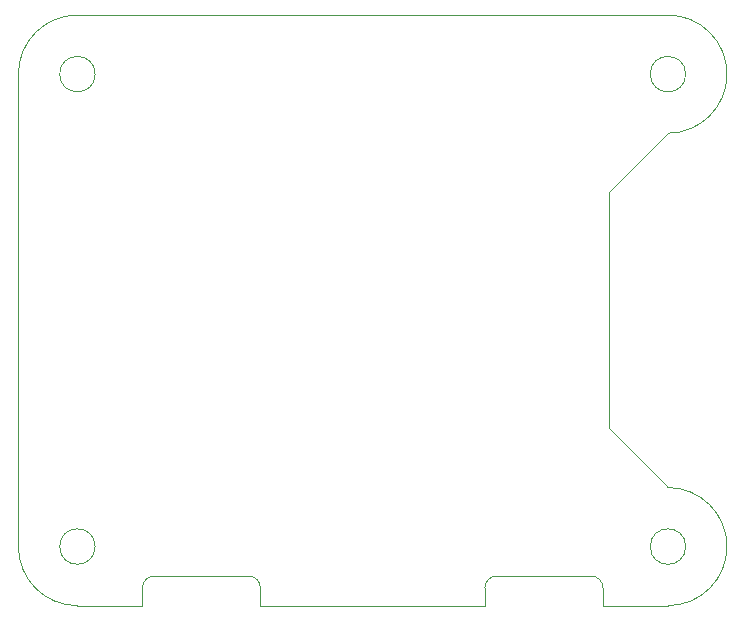
<source format=gbr>
%TF.GenerationSoftware,KiCad,Pcbnew,(6.0.9)*%
%TF.CreationDate,2023-02-05T07:26:13+11:00*%
%TF.ProjectId,SumoBotPCBA001,53756d6f-426f-4745-9043-42413030312e,rev?*%
%TF.SameCoordinates,Original*%
%TF.FileFunction,Profile,NP*%
%FSLAX46Y46*%
G04 Gerber Fmt 4.6, Leading zero omitted, Abs format (unit mm)*
G04 Created by KiCad (PCBNEW (6.0.9)) date 2023-02-05 07:26:13*
%MOMM*%
%LPD*%
G01*
G04 APERTURE LIST*
%TA.AperFunction,Profile*%
%ADD10C,0.100000*%
%TD*%
G04 APERTURE END LIST*
D10*
X146500000Y-124000000D02*
G75*
G03*
X146500000Y-124000000I-1500000J0D01*
G01*
X146500000Y-84000000D02*
G75*
G03*
X146500000Y-84000000I-1500000J0D01*
G01*
X196500000Y-84000000D02*
G75*
G03*
X196500000Y-84000000I-1500000J0D01*
G01*
X196500000Y-124000000D02*
G75*
G03*
X196500000Y-124000000I-1500000J0D01*
G01*
X189500000Y-127500000D02*
G75*
G03*
X188500000Y-126500000I-1000000J0D01*
G01*
X180500000Y-126500000D02*
G75*
G03*
X179500000Y-127500000I0J-1000000D01*
G01*
X160500000Y-127500000D02*
G75*
G03*
X159500000Y-126500000I-1000000J0D01*
G01*
X151500000Y-126500000D02*
G75*
G03*
X150500000Y-127500000I0J-1000000D01*
G01*
X195000000Y-79000000D02*
X145000000Y-79000000D01*
X189500000Y-129000000D02*
X195000000Y-129000000D01*
X160500000Y-129000000D02*
X179500000Y-129000000D01*
X145000000Y-129000000D02*
X150500000Y-129000000D01*
X140000000Y-84000000D02*
X140000000Y-124000000D01*
X145000000Y-79000000D02*
G75*
G03*
X140000000Y-84000000I0J-5000000D01*
G01*
X140000000Y-124000000D02*
G75*
G03*
X145000000Y-129000000I5000000J0D01*
G01*
X195000000Y-89000000D02*
G75*
G03*
X195000000Y-79000000I0J5000000D01*
G01*
X195000000Y-129000000D02*
G75*
G03*
X200000000Y-124000000I0J5000000D01*
G01*
X200000000Y-124000000D02*
G75*
G03*
X195000000Y-119000000I-5000000J0D01*
G01*
X190000000Y-114000000D02*
X195000000Y-119000000D01*
X190000000Y-94000000D02*
X195000000Y-89000000D01*
X150500000Y-127500000D02*
X150500000Y-129000000D01*
X159500000Y-126500000D02*
X151500000Y-126500000D01*
X160500000Y-129000000D02*
X160500000Y-127500000D01*
X189500000Y-127500000D02*
X189500000Y-129000000D01*
X180500000Y-126500000D02*
X188500000Y-126500000D01*
X179500000Y-129000000D02*
X179500000Y-127500000D01*
X190000000Y-114000000D02*
X190000000Y-94000000D01*
M02*

</source>
